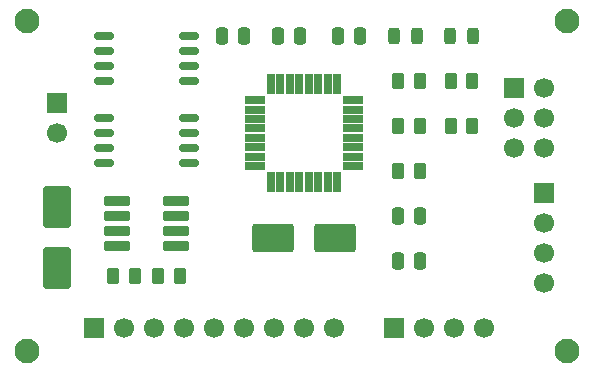
<source format=gbr>
%TF.GenerationSoftware,KiCad,Pcbnew,9.0.4*%
%TF.CreationDate,2025-09-30T03:14:49+08:00*%
%TF.ProjectId,MCU Datalogger,4d435520-4461-4746-916c-6f676765722e,1*%
%TF.SameCoordinates,Original*%
%TF.FileFunction,Soldermask,Top*%
%TF.FilePolarity,Negative*%
%FSLAX46Y46*%
G04 Gerber Fmt 4.6, Leading zero omitted, Abs format (unit mm)*
G04 Created by KiCad (PCBNEW 9.0.4) date 2025-09-30 03:14:49*
%MOMM*%
%LPD*%
G01*
G04 APERTURE LIST*
G04 Aperture macros list*
%AMRoundRect*
0 Rectangle with rounded corners*
0 $1 Rounding radius*
0 $2 $3 $4 $5 $6 $7 $8 $9 X,Y pos of 4 corners*
0 Add a 4 corners polygon primitive as box body*
4,1,4,$2,$3,$4,$5,$6,$7,$8,$9,$2,$3,0*
0 Add four circle primitives for the rounded corners*
1,1,$1+$1,$2,$3*
1,1,$1+$1,$4,$5*
1,1,$1+$1,$6,$7*
1,1,$1+$1,$8,$9*
0 Add four rect primitives between the rounded corners*
20,1,$1+$1,$2,$3,$4,$5,0*
20,1,$1+$1,$4,$5,$6,$7,0*
20,1,$1+$1,$6,$7,$8,$9,0*
20,1,$1+$1,$8,$9,$2,$3,0*%
G04 Aperture macros list end*
%ADD10R,1.700000X1.700000*%
%ADD11C,1.700000*%
%ADD12RoundRect,0.250000X0.262500X0.450000X-0.262500X0.450000X-0.262500X-0.450000X0.262500X-0.450000X0*%
%ADD13RoundRect,0.250001X1.499999X0.949999X-1.499999X0.949999X-1.499999X-0.949999X1.499999X-0.949999X0*%
%ADD14RoundRect,0.094250X-0.282750X-0.742750X0.282750X-0.742750X0.282750X0.742750X-0.282750X0.742750X0*%
%ADD15RoundRect,0.094250X-0.742750X-0.282750X0.742750X-0.282750X0.742750X0.282750X-0.742750X0.282750X0*%
%ADD16RoundRect,0.250000X-0.262500X-0.450000X0.262500X-0.450000X0.262500X0.450000X-0.262500X0.450000X0*%
%ADD17RoundRect,0.099250X-0.987750X-0.297750X0.987750X-0.297750X0.987750X0.297750X-0.987750X0.297750X0*%
%ADD18RoundRect,0.162500X-0.650000X-0.162500X0.650000X-0.162500X0.650000X0.162500X-0.650000X0.162500X0*%
%ADD19RoundRect,0.243750X-0.243750X-0.456250X0.243750X-0.456250X0.243750X0.456250X-0.243750X0.456250X0*%
%ADD20RoundRect,0.250000X-0.250000X-0.475000X0.250000X-0.475000X0.250000X0.475000X-0.250000X0.475000X0*%
%ADD21C,2.100000*%
%ADD22RoundRect,0.250001X0.949999X-1.499999X0.949999X1.499999X-0.949999X1.499999X-0.949999X-1.499999X0*%
G04 APERTURE END LIST*
D10*
%TO.C,J3*%
X120015000Y-84455000D03*
D11*
X122555000Y-84455000D03*
X125095000Y-84455000D03*
X127635000Y-84455000D03*
%TD*%
%TO.C,J1*%
X114935000Y-84455000D03*
X112395000Y-84455000D03*
X109855000Y-84455000D03*
X107315000Y-84455000D03*
X104775000Y-84455000D03*
X102235000Y-84455000D03*
X99695000Y-84455000D03*
X97155000Y-84455000D03*
D10*
X94615000Y-84455000D03*
%TD*%
D12*
%TO.C,R5*%
X124817500Y-63500000D03*
X126642500Y-63500000D03*
%TD*%
D13*
%TO.C,Y2*%
X109795000Y-76835000D03*
X114995000Y-76835000D03*
%TD*%
D14*
%TO.C,U4*%
X109595000Y-63775000D03*
X110395000Y-63775000D03*
X111195000Y-63775000D03*
X111995000Y-63775000D03*
X112795000Y-63775000D03*
X113595000Y-63775000D03*
X114395000Y-63775000D03*
X115195000Y-63775000D03*
D15*
X116565000Y-65145000D03*
X116565000Y-65945000D03*
X116565000Y-66745000D03*
X116565000Y-67545000D03*
X116565000Y-68345000D03*
X116565000Y-69145000D03*
X116565000Y-69945000D03*
X116565000Y-70745000D03*
D14*
X115195000Y-72115000D03*
X114395000Y-72115000D03*
X113595000Y-72115000D03*
X112795000Y-72115000D03*
X111995000Y-72115000D03*
X111195000Y-72115000D03*
X110395000Y-72115000D03*
X109595000Y-72115000D03*
D15*
X108225000Y-70745000D03*
X108225000Y-69945000D03*
X108225000Y-69145000D03*
X108225000Y-68345000D03*
X108225000Y-67545000D03*
X108225000Y-66745000D03*
X108225000Y-65945000D03*
X108225000Y-65145000D03*
%TD*%
D16*
%TO.C,R1*%
X98067500Y-80010000D03*
X96242500Y-80010000D03*
%TD*%
D17*
%TO.C,U2*%
X101535000Y-73660000D03*
X101535000Y-74930000D03*
X101535000Y-76200000D03*
X101535000Y-77470000D03*
X96585000Y-77470000D03*
X96585000Y-76200000D03*
X96585000Y-74930000D03*
X96585000Y-73660000D03*
%TD*%
D18*
%TO.C,U1*%
X95472500Y-66675000D03*
X95472500Y-67945000D03*
X95472500Y-69215000D03*
X95472500Y-70485000D03*
X102647500Y-70485000D03*
X102647500Y-69215000D03*
X102647500Y-67945000D03*
X102647500Y-66675000D03*
%TD*%
%TO.C,U3*%
X102647500Y-59690000D03*
X102647500Y-60960000D03*
X102647500Y-62230000D03*
X102647500Y-63500000D03*
X95472500Y-63500000D03*
X95472500Y-62230000D03*
X95472500Y-60960000D03*
X95472500Y-59690000D03*
%TD*%
D19*
%TO.C,D1*%
X124792500Y-59690000D03*
X126667500Y-59690000D03*
%TD*%
D20*
%TO.C,C3*%
X110175000Y-59690000D03*
X112075000Y-59690000D03*
%TD*%
%TO.C,C1*%
X105410000Y-59690000D03*
X107310000Y-59690000D03*
%TD*%
D16*
%TO.C,R6*%
X124817500Y-67310000D03*
X126642500Y-67310000D03*
%TD*%
D10*
%TO.C,BT1*%
X91440000Y-65400000D03*
D11*
X91440000Y-67940000D03*
%TD*%
D16*
%TO.C,R4*%
X120372500Y-67310000D03*
X122197500Y-67310000D03*
%TD*%
D21*
%TO.C,H3*%
X134620000Y-58420000D03*
%TD*%
D19*
%TO.C,D2*%
X120045000Y-59690000D03*
X121920000Y-59690000D03*
%TD*%
D16*
%TO.C,R3*%
X120372500Y-71120000D03*
X122197500Y-71120000D03*
%TD*%
D10*
%TO.C,J4*%
X130170000Y-64135000D03*
D11*
X132710000Y-64135000D03*
X130170000Y-66675000D03*
X132710000Y-66675000D03*
X130170000Y-69215000D03*
X132710000Y-69215000D03*
%TD*%
D20*
%TO.C,C2*%
X120335000Y-74930000D03*
X122235000Y-74930000D03*
%TD*%
%TO.C,C4*%
X120335000Y-78740000D03*
X122235000Y-78740000D03*
%TD*%
D16*
%TO.C,R7*%
X120372500Y-63500000D03*
X122197500Y-63500000D03*
%TD*%
D20*
%TO.C,C5*%
X115255000Y-59690000D03*
X117155000Y-59690000D03*
%TD*%
D22*
%TO.C,Y1*%
X91440000Y-79375000D03*
X91440000Y-74175000D03*
%TD*%
D21*
%TO.C,H2*%
X88900000Y-86360000D03*
%TD*%
%TO.C,H4*%
X134620000Y-86360000D03*
%TD*%
D10*
%TO.C,J2*%
X132715000Y-73025000D03*
D11*
X132715000Y-75565000D03*
X132715000Y-78105000D03*
X132715000Y-80645000D03*
%TD*%
D21*
%TO.C,H1*%
X88900000Y-58420000D03*
%TD*%
D16*
%TO.C,R2*%
X100052500Y-80010000D03*
X101877500Y-80010000D03*
%TD*%
M02*

</source>
